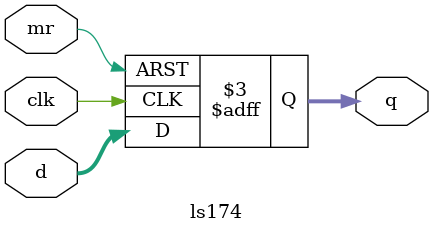
<source format=sv>

/*      _____________
      _|             |_
mr   |_|1          16|_| VCC
      _|             |_                     
q(0) |_|2          15|_| q(5)
      _|             |_
d(0) |_|3          14|_| d(5)
      _|             |_
d(1) |_|4          13|_| d(4)
      _|             |_
q(1) |_|5          12|_| q(4)
      _|             |_
d(2) |_|6          11|_| d(3)
      _|             |_
q(2) |_|7          10|_| q(3)
      _|             |_
GND  |_|8           9|_| clk
       |_____________|
*/

module ls174 
(
	input  [5:0] d,
	input        clk,
	input        mr,
	output [5:0] q
);

always_ff @(posedge clk or negedge mr) begin
	if(!mr)
		q <= 6'b000000;
	else
		q <= d;
end

endmodule

</source>
